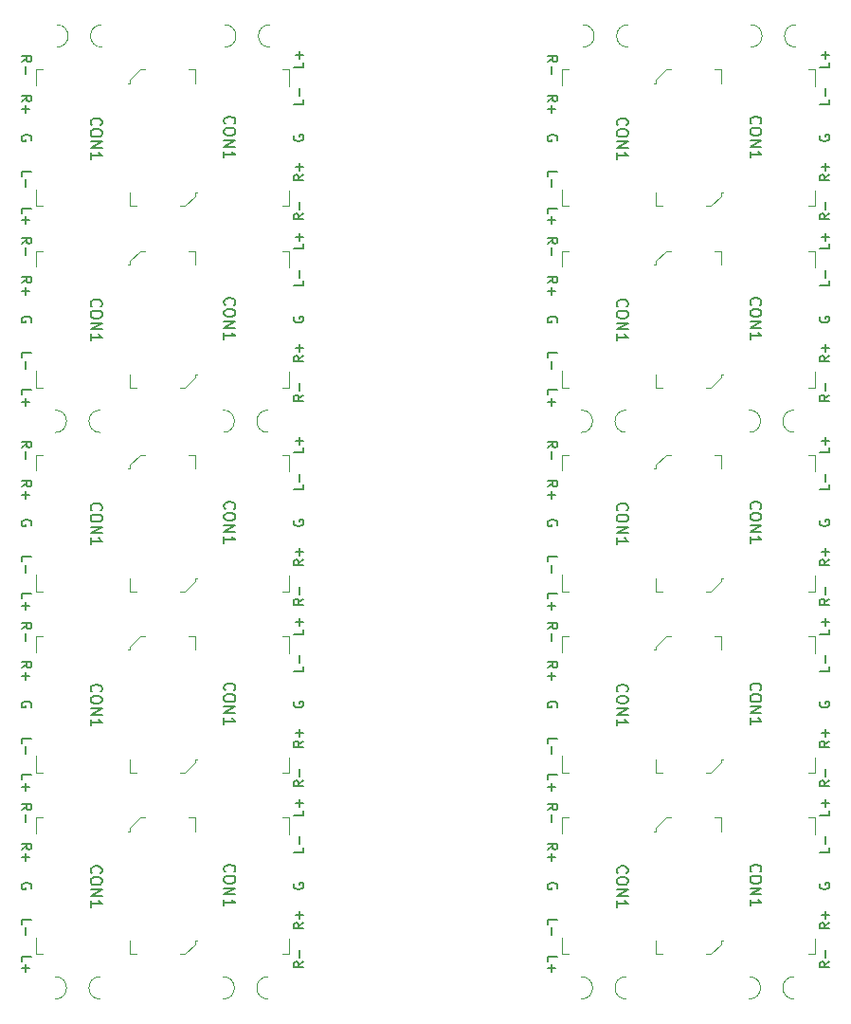
<source format=gto>
G04 #@! TF.GenerationSoftware,KiCad,Pcbnew,(5.1.0)-1*
G04 #@! TF.CreationDate,2019-05-31T01:19:27-04:00*
G04 #@! TF.ProjectId,10x-Input-10x-Output,3130782d-496e-4707-9574-2d3130782d4f,0.1*
G04 #@! TF.SameCoordinates,Original*
G04 #@! TF.FileFunction,Legend,Top*
G04 #@! TF.FilePolarity,Positive*
%FSLAX46Y46*%
G04 Gerber Fmt 4.6, Leading zero omitted, Abs format (unit mm)*
G04 Created by KiCad (PCBNEW (5.1.0)-1) date 2019-05-31 01:19:27*
%MOMM*%
%LPD*%
G04 APERTURE LIST*
%ADD10C,0.203200*%
%ADD11C,0.100000*%
%ADD12C,0.150000*%
G04 APERTURE END LIST*
D10*
X135947833Y-125428833D02*
X135947833Y-125005500D01*
X136836833Y-125005500D01*
X136286500Y-125725166D02*
X136286500Y-126402500D01*
X160305500Y-87371166D02*
X160263166Y-87455833D01*
X160263166Y-87582833D01*
X160305500Y-87709833D01*
X160390166Y-87794500D01*
X160474833Y-87836833D01*
X160644166Y-87879166D01*
X160771166Y-87879166D01*
X160940500Y-87836833D01*
X161025166Y-87794500D01*
X161109833Y-87709833D01*
X161152166Y-87582833D01*
X161152166Y-87498166D01*
X161109833Y-87371166D01*
X161067500Y-87328833D01*
X160771166Y-87328833D01*
X160771166Y-87498166D01*
X136794500Y-122236833D02*
X136836833Y-122152166D01*
X136836833Y-122025166D01*
X136794500Y-121898166D01*
X136709833Y-121813500D01*
X136625166Y-121771166D01*
X136455833Y-121728833D01*
X136328833Y-121728833D01*
X136159500Y-121771166D01*
X136074833Y-121813500D01*
X135990166Y-121898166D01*
X135947833Y-122025166D01*
X135947833Y-122109833D01*
X135990166Y-122236833D01*
X136032500Y-122279166D01*
X136328833Y-122279166D01*
X136328833Y-122109833D01*
X135947833Y-115228833D02*
X136371166Y-114932500D01*
X135947833Y-114720833D02*
X136836833Y-114720833D01*
X136836833Y-115059500D01*
X136794500Y-115144166D01*
X136752166Y-115186500D01*
X136667500Y-115228833D01*
X136540500Y-115228833D01*
X136455833Y-115186500D01*
X136413500Y-115144166D01*
X136371166Y-115059500D01*
X136371166Y-114720833D01*
X136286500Y-115609833D02*
X136286500Y-116287166D01*
X160305500Y-121771166D02*
X160263166Y-121855833D01*
X160263166Y-121982833D01*
X160305500Y-122109833D01*
X160390166Y-122194500D01*
X160474833Y-122236833D01*
X160644166Y-122279166D01*
X160771166Y-122279166D01*
X160940500Y-122236833D01*
X161025166Y-122194500D01*
X161109833Y-122109833D01*
X161152166Y-121982833D01*
X161152166Y-121898166D01*
X161109833Y-121771166D01*
X161067500Y-121728833D01*
X160771166Y-121728833D01*
X160771166Y-121898166D01*
X161152166Y-125279166D02*
X160728833Y-125575500D01*
X161152166Y-125787166D02*
X160263166Y-125787166D01*
X160263166Y-125448500D01*
X160305500Y-125363833D01*
X160347833Y-125321500D01*
X160432500Y-125279166D01*
X160559500Y-125279166D01*
X160644166Y-125321500D01*
X160686500Y-125363833D01*
X160728833Y-125448500D01*
X160728833Y-125787166D01*
X160813500Y-124898166D02*
X160813500Y-124220833D01*
X161152166Y-124559500D02*
X160474833Y-124559500D01*
X161152166Y-115279166D02*
X161152166Y-115702500D01*
X160263166Y-115702500D01*
X160813500Y-114982833D02*
X160813500Y-114305500D01*
X161152166Y-114644166D02*
X160474833Y-114644166D01*
X161152166Y-90879166D02*
X160728833Y-91175500D01*
X161152166Y-91387166D02*
X160263166Y-91387166D01*
X160263166Y-91048500D01*
X160305500Y-90963833D01*
X160347833Y-90921500D01*
X160432500Y-90879166D01*
X160559500Y-90879166D01*
X160644166Y-90921500D01*
X160686500Y-90963833D01*
X160728833Y-91048500D01*
X160728833Y-91387166D01*
X160813500Y-90498166D02*
X160813500Y-89820833D01*
X161152166Y-90159500D02*
X160474833Y-90159500D01*
X136794500Y-87836833D02*
X136836833Y-87752166D01*
X136836833Y-87625166D01*
X136794500Y-87498166D01*
X136709833Y-87413500D01*
X136625166Y-87371166D01*
X136455833Y-87328833D01*
X136328833Y-87328833D01*
X136159500Y-87371166D01*
X136074833Y-87413500D01*
X135990166Y-87498166D01*
X135947833Y-87625166D01*
X135947833Y-87709833D01*
X135990166Y-87836833D01*
X136032500Y-87879166D01*
X136328833Y-87879166D01*
X136328833Y-87709833D01*
X135947833Y-91028833D02*
X135947833Y-90605500D01*
X136836833Y-90605500D01*
X136286500Y-91325166D02*
X136286500Y-92002500D01*
X161152166Y-80879166D02*
X161152166Y-81302500D01*
X160263166Y-81302500D01*
X160813500Y-80582833D02*
X160813500Y-79905500D01*
X161152166Y-80244166D02*
X160474833Y-80244166D01*
X135947833Y-118728833D02*
X136371166Y-118432500D01*
X135947833Y-118220833D02*
X136836833Y-118220833D01*
X136836833Y-118559500D01*
X136794500Y-118644166D01*
X136752166Y-118686500D01*
X136667500Y-118728833D01*
X136540500Y-118728833D01*
X136455833Y-118686500D01*
X136413500Y-118644166D01*
X136371166Y-118559500D01*
X136371166Y-118220833D01*
X136286500Y-119109833D02*
X136286500Y-119787166D01*
X135947833Y-119448500D02*
X136625166Y-119448500D01*
X135947833Y-128728833D02*
X135947833Y-128305500D01*
X136836833Y-128305500D01*
X136286500Y-129025166D02*
X136286500Y-129702500D01*
X135947833Y-129363833D02*
X136625166Y-129363833D01*
X161152166Y-128779166D02*
X160728833Y-129075500D01*
X161152166Y-129287166D02*
X160263166Y-129287166D01*
X160263166Y-128948500D01*
X160305500Y-128863833D01*
X160347833Y-128821500D01*
X160432500Y-128779166D01*
X160559500Y-128779166D01*
X160644166Y-128821500D01*
X160686500Y-128863833D01*
X160728833Y-128948500D01*
X160728833Y-129287166D01*
X160813500Y-128398166D02*
X160813500Y-127720833D01*
X161152166Y-118579166D02*
X161152166Y-119002500D01*
X160263166Y-119002500D01*
X160813500Y-118282833D02*
X160813500Y-117605500D01*
X135947833Y-80828833D02*
X136371166Y-80532500D01*
X135947833Y-80320833D02*
X136836833Y-80320833D01*
X136836833Y-80659500D01*
X136794500Y-80744166D01*
X136752166Y-80786500D01*
X136667500Y-80828833D01*
X136540500Y-80828833D01*
X136455833Y-80786500D01*
X136413500Y-80744166D01*
X136371166Y-80659500D01*
X136371166Y-80320833D01*
X136286500Y-81209833D02*
X136286500Y-81887166D01*
X136794500Y-138436833D02*
X136836833Y-138352166D01*
X136836833Y-138225166D01*
X136794500Y-138098166D01*
X136709833Y-138013500D01*
X136625166Y-137971166D01*
X136455833Y-137928833D01*
X136328833Y-137928833D01*
X136159500Y-137971166D01*
X136074833Y-138013500D01*
X135990166Y-138098166D01*
X135947833Y-138225166D01*
X135947833Y-138309833D01*
X135990166Y-138436833D01*
X136032500Y-138479166D01*
X136328833Y-138479166D01*
X136328833Y-138309833D01*
X160305500Y-105571166D02*
X160263166Y-105655833D01*
X160263166Y-105782833D01*
X160305500Y-105909833D01*
X160390166Y-105994500D01*
X160474833Y-106036833D01*
X160644166Y-106079166D01*
X160771166Y-106079166D01*
X160940500Y-106036833D01*
X161025166Y-105994500D01*
X161109833Y-105909833D01*
X161152166Y-105782833D01*
X161152166Y-105698166D01*
X161109833Y-105571166D01*
X161067500Y-105528833D01*
X160771166Y-105528833D01*
X160771166Y-105698166D01*
X135947833Y-144928833D02*
X135947833Y-144505500D01*
X136836833Y-144505500D01*
X136286500Y-145225166D02*
X136286500Y-145902500D01*
X135947833Y-145563833D02*
X136625166Y-145563833D01*
X135947833Y-84328833D02*
X136371166Y-84032500D01*
X135947833Y-83820833D02*
X136836833Y-83820833D01*
X136836833Y-84159500D01*
X136794500Y-84244166D01*
X136752166Y-84286500D01*
X136667500Y-84328833D01*
X136540500Y-84328833D01*
X136455833Y-84286500D01*
X136413500Y-84244166D01*
X136371166Y-84159500D01*
X136371166Y-83820833D01*
X136286500Y-84709833D02*
X136286500Y-85387166D01*
X135947833Y-85048500D02*
X136625166Y-85048500D01*
X135947833Y-94328833D02*
X135947833Y-93905500D01*
X136836833Y-93905500D01*
X136286500Y-94625166D02*
X136286500Y-95302500D01*
X135947833Y-94963833D02*
X136625166Y-94963833D01*
X161152166Y-94379166D02*
X160728833Y-94675500D01*
X161152166Y-94887166D02*
X160263166Y-94887166D01*
X160263166Y-94548500D01*
X160305500Y-94463833D01*
X160347833Y-94421500D01*
X160432500Y-94379166D01*
X160559500Y-94379166D01*
X160644166Y-94421500D01*
X160686500Y-94463833D01*
X160728833Y-94548500D01*
X160728833Y-94887166D01*
X160813500Y-93998166D02*
X160813500Y-93320833D01*
X161152166Y-84179166D02*
X161152166Y-84602500D01*
X160263166Y-84602500D01*
X160813500Y-83882833D02*
X160813500Y-83205500D01*
X135947833Y-99028833D02*
X136371166Y-98732500D01*
X135947833Y-98520833D02*
X136836833Y-98520833D01*
X136836833Y-98859500D01*
X136794500Y-98944166D01*
X136752166Y-98986500D01*
X136667500Y-99028833D01*
X136540500Y-99028833D01*
X136455833Y-98986500D01*
X136413500Y-98944166D01*
X136371166Y-98859500D01*
X136371166Y-98520833D01*
X136286500Y-99409833D02*
X136286500Y-100087166D01*
X135947833Y-141628833D02*
X135947833Y-141205500D01*
X136836833Y-141205500D01*
X136286500Y-141925166D02*
X136286500Y-142602500D01*
X161152166Y-109079166D02*
X160728833Y-109375500D01*
X161152166Y-109587166D02*
X160263166Y-109587166D01*
X160263166Y-109248500D01*
X160305500Y-109163833D01*
X160347833Y-109121500D01*
X160432500Y-109079166D01*
X160559500Y-109079166D01*
X160644166Y-109121500D01*
X160686500Y-109163833D01*
X160728833Y-109248500D01*
X160728833Y-109587166D01*
X160813500Y-108698166D02*
X160813500Y-108020833D01*
X161152166Y-108359500D02*
X160474833Y-108359500D01*
X136794500Y-106036833D02*
X136836833Y-105952166D01*
X136836833Y-105825166D01*
X136794500Y-105698166D01*
X136709833Y-105613500D01*
X136625166Y-105571166D01*
X136455833Y-105528833D01*
X136328833Y-105528833D01*
X136159500Y-105571166D01*
X136074833Y-105613500D01*
X135990166Y-105698166D01*
X135947833Y-105825166D01*
X135947833Y-105909833D01*
X135990166Y-106036833D01*
X136032500Y-106079166D01*
X136328833Y-106079166D01*
X136328833Y-105909833D01*
X135947833Y-112528833D02*
X135947833Y-112105500D01*
X136836833Y-112105500D01*
X136286500Y-112825166D02*
X136286500Y-113502500D01*
X135947833Y-113163833D02*
X136625166Y-113163833D01*
X161152166Y-99079166D02*
X161152166Y-99502500D01*
X160263166Y-99502500D01*
X160813500Y-98782833D02*
X160813500Y-98105500D01*
X161152166Y-98444166D02*
X160474833Y-98444166D01*
X135947833Y-109228833D02*
X135947833Y-108805500D01*
X136836833Y-108805500D01*
X136286500Y-109525166D02*
X136286500Y-110202500D01*
X161152166Y-112579166D02*
X160728833Y-112875500D01*
X161152166Y-113087166D02*
X160263166Y-113087166D01*
X160263166Y-112748500D01*
X160305500Y-112663833D01*
X160347833Y-112621500D01*
X160432500Y-112579166D01*
X160559500Y-112579166D01*
X160644166Y-112621500D01*
X160686500Y-112663833D01*
X160728833Y-112748500D01*
X160728833Y-113087166D01*
X160813500Y-112198166D02*
X160813500Y-111520833D01*
X135947833Y-134928833D02*
X136371166Y-134632500D01*
X135947833Y-134420833D02*
X136836833Y-134420833D01*
X136836833Y-134759500D01*
X136794500Y-134844166D01*
X136752166Y-134886500D01*
X136667500Y-134928833D01*
X136540500Y-134928833D01*
X136455833Y-134886500D01*
X136413500Y-134844166D01*
X136371166Y-134759500D01*
X136371166Y-134420833D01*
X136286500Y-135309833D02*
X136286500Y-135987166D01*
X135947833Y-135648500D02*
X136625166Y-135648500D01*
X135947833Y-102528833D02*
X136371166Y-102232500D01*
X135947833Y-102020833D02*
X136836833Y-102020833D01*
X136836833Y-102359500D01*
X136794500Y-102444166D01*
X136752166Y-102486500D01*
X136667500Y-102528833D01*
X136540500Y-102528833D01*
X136455833Y-102486500D01*
X136413500Y-102444166D01*
X136371166Y-102359500D01*
X136371166Y-102020833D01*
X136286500Y-102909833D02*
X136286500Y-103587166D01*
X135947833Y-103248500D02*
X136625166Y-103248500D01*
X161152166Y-102379166D02*
X161152166Y-102802500D01*
X160263166Y-102802500D01*
X160813500Y-102082833D02*
X160813500Y-101405500D01*
X135947833Y-131428833D02*
X136371166Y-131132500D01*
X135947833Y-130920833D02*
X136836833Y-130920833D01*
X136836833Y-131259500D01*
X136794500Y-131344166D01*
X136752166Y-131386500D01*
X136667500Y-131428833D01*
X136540500Y-131428833D01*
X136455833Y-131386500D01*
X136413500Y-131344166D01*
X136371166Y-131259500D01*
X136371166Y-130920833D01*
X136286500Y-131809833D02*
X136286500Y-132487166D01*
X135947833Y-74828833D02*
X135947833Y-74405500D01*
X136836833Y-74405500D01*
X136286500Y-75125166D02*
X136286500Y-75802500D01*
X161152166Y-67979166D02*
X161152166Y-68402500D01*
X160263166Y-68402500D01*
X160813500Y-67682833D02*
X160813500Y-67005500D01*
X160305500Y-71171166D02*
X160263166Y-71255833D01*
X160263166Y-71382833D01*
X160305500Y-71509833D01*
X160390166Y-71594500D01*
X160474833Y-71636833D01*
X160644166Y-71679166D01*
X160771166Y-71679166D01*
X160940500Y-71636833D01*
X161025166Y-71594500D01*
X161109833Y-71509833D01*
X161152166Y-71382833D01*
X161152166Y-71298166D01*
X161109833Y-71171166D01*
X161067500Y-71128833D01*
X160771166Y-71128833D01*
X160771166Y-71298166D01*
X135947833Y-68128833D02*
X136371166Y-67832500D01*
X135947833Y-67620833D02*
X136836833Y-67620833D01*
X136836833Y-67959500D01*
X136794500Y-68044166D01*
X136752166Y-68086500D01*
X136667500Y-68128833D01*
X136540500Y-68128833D01*
X136455833Y-68086500D01*
X136413500Y-68044166D01*
X136371166Y-67959500D01*
X136371166Y-67620833D01*
X136286500Y-68509833D02*
X136286500Y-69187166D01*
X135947833Y-68848500D02*
X136625166Y-68848500D01*
X161152166Y-74679166D02*
X160728833Y-74975500D01*
X161152166Y-75187166D02*
X160263166Y-75187166D01*
X160263166Y-74848500D01*
X160305500Y-74763833D01*
X160347833Y-74721500D01*
X160432500Y-74679166D01*
X160559500Y-74679166D01*
X160644166Y-74721500D01*
X160686500Y-74763833D01*
X160728833Y-74848500D01*
X160728833Y-75187166D01*
X160813500Y-74298166D02*
X160813500Y-73620833D01*
X161152166Y-73959500D02*
X160474833Y-73959500D01*
X135947833Y-64628833D02*
X136371166Y-64332500D01*
X135947833Y-64120833D02*
X136836833Y-64120833D01*
X136836833Y-64459500D01*
X136794500Y-64544166D01*
X136752166Y-64586500D01*
X136667500Y-64628833D01*
X136540500Y-64628833D01*
X136455833Y-64586500D01*
X136413500Y-64544166D01*
X136371166Y-64459500D01*
X136371166Y-64120833D01*
X136286500Y-65009833D02*
X136286500Y-65687166D01*
X161152166Y-64679166D02*
X161152166Y-65102500D01*
X160263166Y-65102500D01*
X160813500Y-64382833D02*
X160813500Y-63705500D01*
X161152166Y-64044166D02*
X160474833Y-64044166D01*
X161152166Y-78179166D02*
X160728833Y-78475500D01*
X161152166Y-78687166D02*
X160263166Y-78687166D01*
X160263166Y-78348500D01*
X160305500Y-78263833D01*
X160347833Y-78221500D01*
X160432500Y-78179166D01*
X160559500Y-78179166D01*
X160644166Y-78221500D01*
X160686500Y-78263833D01*
X160728833Y-78348500D01*
X160728833Y-78687166D01*
X160813500Y-77798166D02*
X160813500Y-77120833D01*
X136794500Y-71636833D02*
X136836833Y-71552166D01*
X136836833Y-71425166D01*
X136794500Y-71298166D01*
X136709833Y-71213500D01*
X136625166Y-71171166D01*
X136455833Y-71128833D01*
X136328833Y-71128833D01*
X136159500Y-71171166D01*
X136074833Y-71213500D01*
X135990166Y-71298166D01*
X135947833Y-71425166D01*
X135947833Y-71509833D01*
X135990166Y-71636833D01*
X136032500Y-71679166D01*
X136328833Y-71679166D01*
X136328833Y-71509833D01*
X135947833Y-78128833D02*
X135947833Y-77705500D01*
X136836833Y-77705500D01*
X136286500Y-78425166D02*
X136286500Y-79102500D01*
X135947833Y-78763833D02*
X136625166Y-78763833D01*
X161152166Y-141479166D02*
X160728833Y-141775500D01*
X161152166Y-141987166D02*
X160263166Y-141987166D01*
X160263166Y-141648500D01*
X160305500Y-141563833D01*
X160347833Y-141521500D01*
X160432500Y-141479166D01*
X160559500Y-141479166D01*
X160644166Y-141521500D01*
X160686500Y-141563833D01*
X160728833Y-141648500D01*
X160728833Y-141987166D01*
X160813500Y-141098166D02*
X160813500Y-140420833D01*
X161152166Y-140759500D02*
X160474833Y-140759500D01*
X161152166Y-144979166D02*
X160728833Y-145275500D01*
X161152166Y-145487166D02*
X160263166Y-145487166D01*
X160263166Y-145148500D01*
X160305500Y-145063833D01*
X160347833Y-145021500D01*
X160432500Y-144979166D01*
X160559500Y-144979166D01*
X160644166Y-145021500D01*
X160686500Y-145063833D01*
X160728833Y-145148500D01*
X160728833Y-145487166D01*
X160813500Y-144598166D02*
X160813500Y-143920833D01*
X161152166Y-134779166D02*
X161152166Y-135202500D01*
X160263166Y-135202500D01*
X160813500Y-134482833D02*
X160813500Y-133805500D01*
X161152166Y-131479166D02*
X161152166Y-131902500D01*
X160263166Y-131902500D01*
X160813500Y-131182833D02*
X160813500Y-130505500D01*
X161152166Y-130844166D02*
X160474833Y-130844166D01*
X160305500Y-137971166D02*
X160263166Y-138055833D01*
X160263166Y-138182833D01*
X160305500Y-138309833D01*
X160390166Y-138394500D01*
X160474833Y-138436833D01*
X160644166Y-138479166D01*
X160771166Y-138479166D01*
X160940500Y-138436833D01*
X161025166Y-138394500D01*
X161109833Y-138309833D01*
X161152166Y-138182833D01*
X161152166Y-138098166D01*
X161109833Y-137971166D01*
X161067500Y-137928833D01*
X160771166Y-137928833D01*
X160771166Y-138098166D01*
X89794500Y-71636833D02*
X89836833Y-71552166D01*
X89836833Y-71425166D01*
X89794500Y-71298166D01*
X89709833Y-71213500D01*
X89625166Y-71171166D01*
X89455833Y-71128833D01*
X89328833Y-71128833D01*
X89159500Y-71171166D01*
X89074833Y-71213500D01*
X88990166Y-71298166D01*
X88947833Y-71425166D01*
X88947833Y-71509833D01*
X88990166Y-71636833D01*
X89032500Y-71679166D01*
X89328833Y-71679166D01*
X89328833Y-71509833D01*
X88947833Y-78128833D02*
X88947833Y-77705500D01*
X89836833Y-77705500D01*
X89286500Y-78425166D02*
X89286500Y-79102500D01*
X88947833Y-78763833D02*
X89625166Y-78763833D01*
X88947833Y-74828833D02*
X88947833Y-74405500D01*
X89836833Y-74405500D01*
X89286500Y-75125166D02*
X89286500Y-75802500D01*
X88947833Y-68128833D02*
X89371166Y-67832500D01*
X88947833Y-67620833D02*
X89836833Y-67620833D01*
X89836833Y-67959500D01*
X89794500Y-68044166D01*
X89752166Y-68086500D01*
X89667500Y-68128833D01*
X89540500Y-68128833D01*
X89455833Y-68086500D01*
X89413500Y-68044166D01*
X89371166Y-67959500D01*
X89371166Y-67620833D01*
X89286500Y-68509833D02*
X89286500Y-69187166D01*
X88947833Y-68848500D02*
X89625166Y-68848500D01*
X88947833Y-64628833D02*
X89371166Y-64332500D01*
X88947833Y-64120833D02*
X89836833Y-64120833D01*
X89836833Y-64459500D01*
X89794500Y-64544166D01*
X89752166Y-64586500D01*
X89667500Y-64628833D01*
X89540500Y-64628833D01*
X89455833Y-64586500D01*
X89413500Y-64544166D01*
X89371166Y-64459500D01*
X89371166Y-64120833D01*
X89286500Y-65009833D02*
X89286500Y-65687166D01*
X114152166Y-74679166D02*
X113728833Y-74975500D01*
X114152166Y-75187166D02*
X113263166Y-75187166D01*
X113263166Y-74848500D01*
X113305500Y-74763833D01*
X113347833Y-74721500D01*
X113432500Y-74679166D01*
X113559500Y-74679166D01*
X113644166Y-74721500D01*
X113686500Y-74763833D01*
X113728833Y-74848500D01*
X113728833Y-75187166D01*
X113813500Y-74298166D02*
X113813500Y-73620833D01*
X114152166Y-73959500D02*
X113474833Y-73959500D01*
X114152166Y-78179166D02*
X113728833Y-78475500D01*
X114152166Y-78687166D02*
X113263166Y-78687166D01*
X113263166Y-78348500D01*
X113305500Y-78263833D01*
X113347833Y-78221500D01*
X113432500Y-78179166D01*
X113559500Y-78179166D01*
X113644166Y-78221500D01*
X113686500Y-78263833D01*
X113728833Y-78348500D01*
X113728833Y-78687166D01*
X113813500Y-77798166D02*
X113813500Y-77120833D01*
X114152166Y-67979166D02*
X114152166Y-68402500D01*
X113263166Y-68402500D01*
X113813500Y-67682833D02*
X113813500Y-67005500D01*
X114152166Y-64679166D02*
X114152166Y-65102500D01*
X113263166Y-65102500D01*
X113813500Y-64382833D02*
X113813500Y-63705500D01*
X114152166Y-64044166D02*
X113474833Y-64044166D01*
X113305500Y-71171166D02*
X113263166Y-71255833D01*
X113263166Y-71382833D01*
X113305500Y-71509833D01*
X113390166Y-71594500D01*
X113474833Y-71636833D01*
X113644166Y-71679166D01*
X113771166Y-71679166D01*
X113940500Y-71636833D01*
X114025166Y-71594500D01*
X114109833Y-71509833D01*
X114152166Y-71382833D01*
X114152166Y-71298166D01*
X114109833Y-71171166D01*
X114067500Y-71128833D01*
X113771166Y-71128833D01*
X113771166Y-71298166D01*
X88947833Y-91028833D02*
X88947833Y-90605500D01*
X89836833Y-90605500D01*
X89286500Y-91325166D02*
X89286500Y-92002500D01*
X89794500Y-87836833D02*
X89836833Y-87752166D01*
X89836833Y-87625166D01*
X89794500Y-87498166D01*
X89709833Y-87413500D01*
X89625166Y-87371166D01*
X89455833Y-87328833D01*
X89328833Y-87328833D01*
X89159500Y-87371166D01*
X89074833Y-87413500D01*
X88990166Y-87498166D01*
X88947833Y-87625166D01*
X88947833Y-87709833D01*
X88990166Y-87836833D01*
X89032500Y-87879166D01*
X89328833Y-87879166D01*
X89328833Y-87709833D01*
X88947833Y-80828833D02*
X89371166Y-80532500D01*
X88947833Y-80320833D02*
X89836833Y-80320833D01*
X89836833Y-80659500D01*
X89794500Y-80744166D01*
X89752166Y-80786500D01*
X89667500Y-80828833D01*
X89540500Y-80828833D01*
X89455833Y-80786500D01*
X89413500Y-80744166D01*
X89371166Y-80659500D01*
X89371166Y-80320833D01*
X89286500Y-81209833D02*
X89286500Y-81887166D01*
X113305500Y-87371166D02*
X113263166Y-87455833D01*
X113263166Y-87582833D01*
X113305500Y-87709833D01*
X113390166Y-87794500D01*
X113474833Y-87836833D01*
X113644166Y-87879166D01*
X113771166Y-87879166D01*
X113940500Y-87836833D01*
X114025166Y-87794500D01*
X114109833Y-87709833D01*
X114152166Y-87582833D01*
X114152166Y-87498166D01*
X114109833Y-87371166D01*
X114067500Y-87328833D01*
X113771166Y-87328833D01*
X113771166Y-87498166D01*
X114152166Y-90879166D02*
X113728833Y-91175500D01*
X114152166Y-91387166D02*
X113263166Y-91387166D01*
X113263166Y-91048500D01*
X113305500Y-90963833D01*
X113347833Y-90921500D01*
X113432500Y-90879166D01*
X113559500Y-90879166D01*
X113644166Y-90921500D01*
X113686500Y-90963833D01*
X113728833Y-91048500D01*
X113728833Y-91387166D01*
X113813500Y-90498166D02*
X113813500Y-89820833D01*
X114152166Y-90159500D02*
X113474833Y-90159500D01*
X114152166Y-80879166D02*
X114152166Y-81302500D01*
X113263166Y-81302500D01*
X113813500Y-80582833D02*
X113813500Y-79905500D01*
X114152166Y-80244166D02*
X113474833Y-80244166D01*
X88947833Y-84328833D02*
X89371166Y-84032500D01*
X88947833Y-83820833D02*
X89836833Y-83820833D01*
X89836833Y-84159500D01*
X89794500Y-84244166D01*
X89752166Y-84286500D01*
X89667500Y-84328833D01*
X89540500Y-84328833D01*
X89455833Y-84286500D01*
X89413500Y-84244166D01*
X89371166Y-84159500D01*
X89371166Y-83820833D01*
X89286500Y-84709833D02*
X89286500Y-85387166D01*
X88947833Y-85048500D02*
X89625166Y-85048500D01*
X88947833Y-94328833D02*
X88947833Y-93905500D01*
X89836833Y-93905500D01*
X89286500Y-94625166D02*
X89286500Y-95302500D01*
X88947833Y-94963833D02*
X89625166Y-94963833D01*
X114152166Y-94379166D02*
X113728833Y-94675500D01*
X114152166Y-94887166D02*
X113263166Y-94887166D01*
X113263166Y-94548500D01*
X113305500Y-94463833D01*
X113347833Y-94421500D01*
X113432500Y-94379166D01*
X113559500Y-94379166D01*
X113644166Y-94421500D01*
X113686500Y-94463833D01*
X113728833Y-94548500D01*
X113728833Y-94887166D01*
X113813500Y-93998166D02*
X113813500Y-93320833D01*
X114152166Y-84179166D02*
X114152166Y-84602500D01*
X113263166Y-84602500D01*
X113813500Y-83882833D02*
X113813500Y-83205500D01*
X89794500Y-106036833D02*
X89836833Y-105952166D01*
X89836833Y-105825166D01*
X89794500Y-105698166D01*
X89709833Y-105613500D01*
X89625166Y-105571166D01*
X89455833Y-105528833D01*
X89328833Y-105528833D01*
X89159500Y-105571166D01*
X89074833Y-105613500D01*
X88990166Y-105698166D01*
X88947833Y-105825166D01*
X88947833Y-105909833D01*
X88990166Y-106036833D01*
X89032500Y-106079166D01*
X89328833Y-106079166D01*
X89328833Y-105909833D01*
X88947833Y-112528833D02*
X88947833Y-112105500D01*
X89836833Y-112105500D01*
X89286500Y-112825166D02*
X89286500Y-113502500D01*
X88947833Y-113163833D02*
X89625166Y-113163833D01*
X88947833Y-109228833D02*
X88947833Y-108805500D01*
X89836833Y-108805500D01*
X89286500Y-109525166D02*
X89286500Y-110202500D01*
X88947833Y-102528833D02*
X89371166Y-102232500D01*
X88947833Y-102020833D02*
X89836833Y-102020833D01*
X89836833Y-102359500D01*
X89794500Y-102444166D01*
X89752166Y-102486500D01*
X89667500Y-102528833D01*
X89540500Y-102528833D01*
X89455833Y-102486500D01*
X89413500Y-102444166D01*
X89371166Y-102359500D01*
X89371166Y-102020833D01*
X89286500Y-102909833D02*
X89286500Y-103587166D01*
X88947833Y-103248500D02*
X89625166Y-103248500D01*
X88947833Y-99028833D02*
X89371166Y-98732500D01*
X88947833Y-98520833D02*
X89836833Y-98520833D01*
X89836833Y-98859500D01*
X89794500Y-98944166D01*
X89752166Y-98986500D01*
X89667500Y-99028833D01*
X89540500Y-99028833D01*
X89455833Y-98986500D01*
X89413500Y-98944166D01*
X89371166Y-98859500D01*
X89371166Y-98520833D01*
X89286500Y-99409833D02*
X89286500Y-100087166D01*
X114152166Y-109079166D02*
X113728833Y-109375500D01*
X114152166Y-109587166D02*
X113263166Y-109587166D01*
X113263166Y-109248500D01*
X113305500Y-109163833D01*
X113347833Y-109121500D01*
X113432500Y-109079166D01*
X113559500Y-109079166D01*
X113644166Y-109121500D01*
X113686500Y-109163833D01*
X113728833Y-109248500D01*
X113728833Y-109587166D01*
X113813500Y-108698166D02*
X113813500Y-108020833D01*
X114152166Y-108359500D02*
X113474833Y-108359500D01*
X114152166Y-112579166D02*
X113728833Y-112875500D01*
X114152166Y-113087166D02*
X113263166Y-113087166D01*
X113263166Y-112748500D01*
X113305500Y-112663833D01*
X113347833Y-112621500D01*
X113432500Y-112579166D01*
X113559500Y-112579166D01*
X113644166Y-112621500D01*
X113686500Y-112663833D01*
X113728833Y-112748500D01*
X113728833Y-113087166D01*
X113813500Y-112198166D02*
X113813500Y-111520833D01*
X114152166Y-102379166D02*
X114152166Y-102802500D01*
X113263166Y-102802500D01*
X113813500Y-102082833D02*
X113813500Y-101405500D01*
X114152166Y-99079166D02*
X114152166Y-99502500D01*
X113263166Y-99502500D01*
X113813500Y-98782833D02*
X113813500Y-98105500D01*
X114152166Y-98444166D02*
X113474833Y-98444166D01*
X113305500Y-105571166D02*
X113263166Y-105655833D01*
X113263166Y-105782833D01*
X113305500Y-105909833D01*
X113390166Y-105994500D01*
X113474833Y-106036833D01*
X113644166Y-106079166D01*
X113771166Y-106079166D01*
X113940500Y-106036833D01*
X114025166Y-105994500D01*
X114109833Y-105909833D01*
X114152166Y-105782833D01*
X114152166Y-105698166D01*
X114109833Y-105571166D01*
X114067500Y-105528833D01*
X113771166Y-105528833D01*
X113771166Y-105698166D01*
X89794500Y-122236833D02*
X89836833Y-122152166D01*
X89836833Y-122025166D01*
X89794500Y-121898166D01*
X89709833Y-121813500D01*
X89625166Y-121771166D01*
X89455833Y-121728833D01*
X89328833Y-121728833D01*
X89159500Y-121771166D01*
X89074833Y-121813500D01*
X88990166Y-121898166D01*
X88947833Y-122025166D01*
X88947833Y-122109833D01*
X88990166Y-122236833D01*
X89032500Y-122279166D01*
X89328833Y-122279166D01*
X89328833Y-122109833D01*
X88947833Y-128728833D02*
X88947833Y-128305500D01*
X89836833Y-128305500D01*
X89286500Y-129025166D02*
X89286500Y-129702500D01*
X88947833Y-129363833D02*
X89625166Y-129363833D01*
X88947833Y-125428833D02*
X88947833Y-125005500D01*
X89836833Y-125005500D01*
X89286500Y-125725166D02*
X89286500Y-126402500D01*
X88947833Y-118728833D02*
X89371166Y-118432500D01*
X88947833Y-118220833D02*
X89836833Y-118220833D01*
X89836833Y-118559500D01*
X89794500Y-118644166D01*
X89752166Y-118686500D01*
X89667500Y-118728833D01*
X89540500Y-118728833D01*
X89455833Y-118686500D01*
X89413500Y-118644166D01*
X89371166Y-118559500D01*
X89371166Y-118220833D01*
X89286500Y-119109833D02*
X89286500Y-119787166D01*
X88947833Y-119448500D02*
X89625166Y-119448500D01*
X88947833Y-115228833D02*
X89371166Y-114932500D01*
X88947833Y-114720833D02*
X89836833Y-114720833D01*
X89836833Y-115059500D01*
X89794500Y-115144166D01*
X89752166Y-115186500D01*
X89667500Y-115228833D01*
X89540500Y-115228833D01*
X89455833Y-115186500D01*
X89413500Y-115144166D01*
X89371166Y-115059500D01*
X89371166Y-114720833D01*
X89286500Y-115609833D02*
X89286500Y-116287166D01*
X114152166Y-125279166D02*
X113728833Y-125575500D01*
X114152166Y-125787166D02*
X113263166Y-125787166D01*
X113263166Y-125448500D01*
X113305500Y-125363833D01*
X113347833Y-125321500D01*
X113432500Y-125279166D01*
X113559500Y-125279166D01*
X113644166Y-125321500D01*
X113686500Y-125363833D01*
X113728833Y-125448500D01*
X113728833Y-125787166D01*
X113813500Y-124898166D02*
X113813500Y-124220833D01*
X114152166Y-124559500D02*
X113474833Y-124559500D01*
X114152166Y-128779166D02*
X113728833Y-129075500D01*
X114152166Y-129287166D02*
X113263166Y-129287166D01*
X113263166Y-128948500D01*
X113305500Y-128863833D01*
X113347833Y-128821500D01*
X113432500Y-128779166D01*
X113559500Y-128779166D01*
X113644166Y-128821500D01*
X113686500Y-128863833D01*
X113728833Y-128948500D01*
X113728833Y-129287166D01*
X113813500Y-128398166D02*
X113813500Y-127720833D01*
X114152166Y-118579166D02*
X114152166Y-119002500D01*
X113263166Y-119002500D01*
X113813500Y-118282833D02*
X113813500Y-117605500D01*
X114152166Y-115279166D02*
X114152166Y-115702500D01*
X113263166Y-115702500D01*
X113813500Y-114982833D02*
X113813500Y-114305500D01*
X114152166Y-114644166D02*
X113474833Y-114644166D01*
X113305500Y-121771166D02*
X113263166Y-121855833D01*
X113263166Y-121982833D01*
X113305500Y-122109833D01*
X113390166Y-122194500D01*
X113474833Y-122236833D01*
X113644166Y-122279166D01*
X113771166Y-122279166D01*
X113940500Y-122236833D01*
X114025166Y-122194500D01*
X114109833Y-122109833D01*
X114152166Y-121982833D01*
X114152166Y-121898166D01*
X114109833Y-121771166D01*
X114067500Y-121728833D01*
X113771166Y-121728833D01*
X113771166Y-121898166D01*
X113305500Y-137971166D02*
X113263166Y-138055833D01*
X113263166Y-138182833D01*
X113305500Y-138309833D01*
X113390166Y-138394500D01*
X113474833Y-138436833D01*
X113644166Y-138479166D01*
X113771166Y-138479166D01*
X113940500Y-138436833D01*
X114025166Y-138394500D01*
X114109833Y-138309833D01*
X114152166Y-138182833D01*
X114152166Y-138098166D01*
X114109833Y-137971166D01*
X114067500Y-137928833D01*
X113771166Y-137928833D01*
X113771166Y-138098166D01*
X114152166Y-131479166D02*
X114152166Y-131902500D01*
X113263166Y-131902500D01*
X113813500Y-131182833D02*
X113813500Y-130505500D01*
X114152166Y-130844166D02*
X113474833Y-130844166D01*
X114152166Y-134779166D02*
X114152166Y-135202500D01*
X113263166Y-135202500D01*
X113813500Y-134482833D02*
X113813500Y-133805500D01*
X114152166Y-141479166D02*
X113728833Y-141775500D01*
X114152166Y-141987166D02*
X113263166Y-141987166D01*
X113263166Y-141648500D01*
X113305500Y-141563833D01*
X113347833Y-141521500D01*
X113432500Y-141479166D01*
X113559500Y-141479166D01*
X113644166Y-141521500D01*
X113686500Y-141563833D01*
X113728833Y-141648500D01*
X113728833Y-141987166D01*
X113813500Y-141098166D02*
X113813500Y-140420833D01*
X114152166Y-140759500D02*
X113474833Y-140759500D01*
X114152166Y-144979166D02*
X113728833Y-145275500D01*
X114152166Y-145487166D02*
X113263166Y-145487166D01*
X113263166Y-145148500D01*
X113305500Y-145063833D01*
X113347833Y-145021500D01*
X113432500Y-144979166D01*
X113559500Y-144979166D01*
X113644166Y-145021500D01*
X113686500Y-145063833D01*
X113728833Y-145148500D01*
X113728833Y-145487166D01*
X113813500Y-144598166D02*
X113813500Y-143920833D01*
X88947833Y-144928833D02*
X88947833Y-144505500D01*
X89836833Y-144505500D01*
X89286500Y-145225166D02*
X89286500Y-145902500D01*
X88947833Y-145563833D02*
X89625166Y-145563833D01*
X88947833Y-141628833D02*
X88947833Y-141205500D01*
X89836833Y-141205500D01*
X89286500Y-141925166D02*
X89286500Y-142602500D01*
X89794500Y-138436833D02*
X89836833Y-138352166D01*
X89836833Y-138225166D01*
X89794500Y-138098166D01*
X89709833Y-138013500D01*
X89625166Y-137971166D01*
X89455833Y-137928833D01*
X89328833Y-137928833D01*
X89159500Y-137971166D01*
X89074833Y-138013500D01*
X88990166Y-138098166D01*
X88947833Y-138225166D01*
X88947833Y-138309833D01*
X88990166Y-138436833D01*
X89032500Y-138479166D01*
X89328833Y-138479166D01*
X89328833Y-138309833D01*
X88947833Y-134928833D02*
X89371166Y-134632500D01*
X88947833Y-134420833D02*
X89836833Y-134420833D01*
X89836833Y-134759500D01*
X89794500Y-134844166D01*
X89752166Y-134886500D01*
X89667500Y-134928833D01*
X89540500Y-134928833D01*
X89455833Y-134886500D01*
X89413500Y-134844166D01*
X89371166Y-134759500D01*
X89371166Y-134420833D01*
X89286500Y-135309833D02*
X89286500Y-135987166D01*
X88947833Y-135648500D02*
X89625166Y-135648500D01*
X88947833Y-131428833D02*
X89371166Y-131132500D01*
X88947833Y-130920833D02*
X89836833Y-130920833D01*
X89836833Y-131259500D01*
X89794500Y-131344166D01*
X89752166Y-131386500D01*
X89667500Y-131428833D01*
X89540500Y-131428833D01*
X89455833Y-131386500D01*
X89413500Y-131344166D01*
X89371166Y-131259500D01*
X89371166Y-130920833D01*
X89286500Y-131809833D02*
X89286500Y-132487166D01*
D11*
X158120000Y-61304000D02*
G75*
G03X158120000Y-63304000I0J-1000000D01*
G01*
X154120000Y-63304000D02*
G75*
G03X154120000Y-61304000I0J1000000D01*
G01*
X139120000Y-63304000D02*
G75*
G03X139120000Y-61304000I0J1000000D01*
G01*
X143120000Y-61304000D02*
G75*
G03X143120000Y-63304000I0J-1000000D01*
G01*
X153980000Y-148304000D02*
G75*
G03X153980000Y-146304000I0J1000000D01*
G01*
X157980000Y-146304000D02*
G75*
G03X157980000Y-148304000I0J-1000000D01*
G01*
X142980000Y-146304000D02*
G75*
G03X142980000Y-148304000I0J-1000000D01*
G01*
X138980000Y-148304000D02*
G75*
G03X138980000Y-146304000I0J1000000D01*
G01*
X153980000Y-148304000D02*
G75*
G03X153980000Y-146304000I0J1000000D01*
G01*
X157980000Y-146304000D02*
G75*
G03X157980000Y-148304000I0J-1000000D01*
G01*
X139120000Y-63304000D02*
G75*
G03X139120000Y-61304000I0J1000000D01*
G01*
X143120000Y-61304000D02*
G75*
G03X143120000Y-63304000I0J-1000000D01*
G01*
X157980000Y-95704000D02*
G75*
G03X157980000Y-97704000I0J-1000000D01*
G01*
X153980000Y-97704000D02*
G75*
G03X153980000Y-95704000I0J1000000D01*
G01*
X138980000Y-97704000D02*
G75*
G03X138980000Y-95704000I0J1000000D01*
G01*
X142980000Y-95704000D02*
G75*
G03X142980000Y-97704000I0J-1000000D01*
G01*
X151450000Y-76304000D02*
X151650000Y-76304000D01*
X151450000Y-76604000D02*
X151450000Y-76304000D01*
X150550000Y-77504000D02*
X151450000Y-76604000D01*
X150150000Y-77504000D02*
X150550000Y-77504000D01*
X137250000Y-77504000D02*
X137250000Y-76004000D01*
X137850000Y-77504000D02*
X137250000Y-77504000D01*
X137250000Y-65304000D02*
X137250000Y-66704000D01*
X137850000Y-65304000D02*
X137250000Y-65304000D01*
X151450000Y-65304000D02*
X151450000Y-66504000D01*
X150850000Y-65304000D02*
X151450000Y-65304000D01*
X146250000Y-111904000D02*
X145650000Y-111904000D01*
X145650000Y-111904000D02*
X145650000Y-110704000D01*
X159250000Y-111904000D02*
X159850000Y-111904000D01*
X159850000Y-111904000D02*
X159850000Y-110504000D01*
X159250000Y-99704000D02*
X159850000Y-99704000D01*
X159850000Y-99704000D02*
X159850000Y-101204000D01*
X146950000Y-99704000D02*
X146550000Y-99704000D01*
X146550000Y-99704000D02*
X145650000Y-100604000D01*
X145650000Y-100604000D02*
X145650000Y-100904000D01*
X145650000Y-100904000D02*
X145450000Y-100904000D01*
X151450000Y-110704000D02*
X151650000Y-110704000D01*
X151450000Y-111004000D02*
X151450000Y-110704000D01*
X150550000Y-111904000D02*
X151450000Y-111004000D01*
X150150000Y-111904000D02*
X150550000Y-111904000D01*
X137250000Y-111904000D02*
X137250000Y-110404000D01*
X137850000Y-111904000D02*
X137250000Y-111904000D01*
X137250000Y-99704000D02*
X137250000Y-101104000D01*
X137850000Y-99704000D02*
X137250000Y-99704000D01*
X151450000Y-99704000D02*
X151450000Y-100904000D01*
X150850000Y-99704000D02*
X151450000Y-99704000D01*
X146250000Y-77504000D02*
X145650000Y-77504000D01*
X145650000Y-77504000D02*
X145650000Y-76304000D01*
X159250000Y-77504000D02*
X159850000Y-77504000D01*
X159850000Y-77504000D02*
X159850000Y-76104000D01*
X159250000Y-65304000D02*
X159850000Y-65304000D01*
X159850000Y-65304000D02*
X159850000Y-66804000D01*
X146950000Y-65304000D02*
X146550000Y-65304000D01*
X146550000Y-65304000D02*
X145650000Y-66204000D01*
X145650000Y-66204000D02*
X145650000Y-66504000D01*
X145650000Y-66504000D02*
X145450000Y-66504000D01*
X145650000Y-82704000D02*
X145450000Y-82704000D01*
X145650000Y-82404000D02*
X145650000Y-82704000D01*
X146550000Y-81504000D02*
X145650000Y-82404000D01*
X146950000Y-81504000D02*
X146550000Y-81504000D01*
X159850000Y-81504000D02*
X159850000Y-83004000D01*
X159250000Y-81504000D02*
X159850000Y-81504000D01*
X159850000Y-93704000D02*
X159850000Y-92304000D01*
X159250000Y-93704000D02*
X159850000Y-93704000D01*
X145650000Y-93704000D02*
X145650000Y-92504000D01*
X146250000Y-93704000D02*
X145650000Y-93704000D01*
X150850000Y-81504000D02*
X151450000Y-81504000D01*
X151450000Y-81504000D02*
X151450000Y-82704000D01*
X137850000Y-81504000D02*
X137250000Y-81504000D01*
X137250000Y-81504000D02*
X137250000Y-82904000D01*
X137850000Y-93704000D02*
X137250000Y-93704000D01*
X137250000Y-93704000D02*
X137250000Y-92204000D01*
X150150000Y-93704000D02*
X150550000Y-93704000D01*
X150550000Y-93704000D02*
X151450000Y-92804000D01*
X151450000Y-92804000D02*
X151450000Y-92504000D01*
X151450000Y-92504000D02*
X151650000Y-92504000D01*
X145650000Y-133304000D02*
X145450000Y-133304000D01*
X145650000Y-133004000D02*
X145650000Y-133304000D01*
X146550000Y-132104000D02*
X145650000Y-133004000D01*
X146950000Y-132104000D02*
X146550000Y-132104000D01*
X159850000Y-132104000D02*
X159850000Y-133604000D01*
X159250000Y-132104000D02*
X159850000Y-132104000D01*
X159850000Y-144304000D02*
X159850000Y-142904000D01*
X159250000Y-144304000D02*
X159850000Y-144304000D01*
X145650000Y-144304000D02*
X145650000Y-143104000D01*
X146250000Y-144304000D02*
X145650000Y-144304000D01*
X151450000Y-126904000D02*
X151650000Y-126904000D01*
X151450000Y-127204000D02*
X151450000Y-126904000D01*
X150550000Y-128104000D02*
X151450000Y-127204000D01*
X150150000Y-128104000D02*
X150550000Y-128104000D01*
X137250000Y-128104000D02*
X137250000Y-126604000D01*
X137850000Y-128104000D02*
X137250000Y-128104000D01*
X137250000Y-115904000D02*
X137250000Y-117304000D01*
X137850000Y-115904000D02*
X137250000Y-115904000D01*
X151450000Y-115904000D02*
X151450000Y-117104000D01*
X150850000Y-115904000D02*
X151450000Y-115904000D01*
X146250000Y-128104000D02*
X145650000Y-128104000D01*
X145650000Y-128104000D02*
X145650000Y-126904000D01*
X159250000Y-128104000D02*
X159850000Y-128104000D01*
X159850000Y-128104000D02*
X159850000Y-126704000D01*
X159250000Y-115904000D02*
X159850000Y-115904000D01*
X159850000Y-115904000D02*
X159850000Y-117404000D01*
X146950000Y-115904000D02*
X146550000Y-115904000D01*
X146550000Y-115904000D02*
X145650000Y-116804000D01*
X145650000Y-116804000D02*
X145650000Y-117104000D01*
X145650000Y-117104000D02*
X145450000Y-117104000D01*
X150850000Y-132104000D02*
X151450000Y-132104000D01*
X151450000Y-132104000D02*
X151450000Y-133304000D01*
X137850000Y-132104000D02*
X137250000Y-132104000D01*
X137250000Y-132104000D02*
X137250000Y-133504000D01*
X137850000Y-144304000D02*
X137250000Y-144304000D01*
X137250000Y-144304000D02*
X137250000Y-142804000D01*
X150150000Y-144304000D02*
X150550000Y-144304000D01*
X150550000Y-144304000D02*
X151450000Y-143404000D01*
X151450000Y-143404000D02*
X151450000Y-143104000D01*
X151450000Y-143104000D02*
X151650000Y-143104000D01*
X96120000Y-61304000D02*
G75*
G03X96120000Y-63304000I0J-1000000D01*
G01*
X92120000Y-63304000D02*
G75*
G03X92120000Y-61304000I0J1000000D01*
G01*
X107120000Y-63304000D02*
G75*
G03X107120000Y-61304000I0J1000000D01*
G01*
X111120000Y-61304000D02*
G75*
G03X111120000Y-63304000I0J-1000000D01*
G01*
X96120000Y-61304000D02*
G75*
G03X96120000Y-63304000I0J-1000000D01*
G01*
X92120000Y-63304000D02*
G75*
G03X92120000Y-61304000I0J1000000D01*
G01*
X110980000Y-146304000D02*
G75*
G03X110980000Y-148304000I0J-1000000D01*
G01*
X106980000Y-148304000D02*
G75*
G03X106980000Y-146304000I0J1000000D01*
G01*
X110980000Y-146304000D02*
G75*
G03X110980000Y-148304000I0J-1000000D01*
G01*
X106980000Y-148304000D02*
G75*
G03X106980000Y-146304000I0J1000000D01*
G01*
X91980000Y-148304000D02*
G75*
G03X91980000Y-146304000I0J1000000D01*
G01*
X95980000Y-146304000D02*
G75*
G03X95980000Y-148304000I0J-1000000D01*
G01*
X106980000Y-97704000D02*
G75*
G03X106980000Y-95704000I0J1000000D01*
G01*
X110980000Y-95704000D02*
G75*
G03X110980000Y-97704000I0J-1000000D01*
G01*
X95980000Y-95704000D02*
G75*
G03X95980000Y-97704000I0J-1000000D01*
G01*
X91980000Y-97704000D02*
G75*
G03X91980000Y-95704000I0J1000000D01*
G01*
X98650000Y-66504000D02*
X98450000Y-66504000D01*
X98650000Y-66204000D02*
X98650000Y-66504000D01*
X99550000Y-65304000D02*
X98650000Y-66204000D01*
X99950000Y-65304000D02*
X99550000Y-65304000D01*
X112850000Y-65304000D02*
X112850000Y-66804000D01*
X112250000Y-65304000D02*
X112850000Y-65304000D01*
X112850000Y-77504000D02*
X112850000Y-76104000D01*
X112250000Y-77504000D02*
X112850000Y-77504000D01*
X98650000Y-77504000D02*
X98650000Y-76304000D01*
X99250000Y-77504000D02*
X98650000Y-77504000D01*
X103850000Y-65304000D02*
X104450000Y-65304000D01*
X104450000Y-65304000D02*
X104450000Y-66504000D01*
X90850000Y-65304000D02*
X90250000Y-65304000D01*
X90250000Y-65304000D02*
X90250000Y-66704000D01*
X90850000Y-77504000D02*
X90250000Y-77504000D01*
X90250000Y-77504000D02*
X90250000Y-76004000D01*
X103150000Y-77504000D02*
X103550000Y-77504000D01*
X103550000Y-77504000D02*
X104450000Y-76604000D01*
X104450000Y-76604000D02*
X104450000Y-76304000D01*
X104450000Y-76304000D02*
X104650000Y-76304000D01*
X98650000Y-100904000D02*
X98450000Y-100904000D01*
X98650000Y-100604000D02*
X98650000Y-100904000D01*
X99550000Y-99704000D02*
X98650000Y-100604000D01*
X99950000Y-99704000D02*
X99550000Y-99704000D01*
X112850000Y-99704000D02*
X112850000Y-101204000D01*
X112250000Y-99704000D02*
X112850000Y-99704000D01*
X112850000Y-111904000D02*
X112850000Y-110504000D01*
X112250000Y-111904000D02*
X112850000Y-111904000D01*
X98650000Y-111904000D02*
X98650000Y-110704000D01*
X99250000Y-111904000D02*
X98650000Y-111904000D01*
X104450000Y-92504000D02*
X104650000Y-92504000D01*
X104450000Y-92804000D02*
X104450000Y-92504000D01*
X103550000Y-93704000D02*
X104450000Y-92804000D01*
X103150000Y-93704000D02*
X103550000Y-93704000D01*
X90250000Y-93704000D02*
X90250000Y-92204000D01*
X90850000Y-93704000D02*
X90250000Y-93704000D01*
X90250000Y-81504000D02*
X90250000Y-82904000D01*
X90850000Y-81504000D02*
X90250000Y-81504000D01*
X104450000Y-81504000D02*
X104450000Y-82704000D01*
X103850000Y-81504000D02*
X104450000Y-81504000D01*
X99250000Y-93704000D02*
X98650000Y-93704000D01*
X98650000Y-93704000D02*
X98650000Y-92504000D01*
X112250000Y-93704000D02*
X112850000Y-93704000D01*
X112850000Y-93704000D02*
X112850000Y-92304000D01*
X112250000Y-81504000D02*
X112850000Y-81504000D01*
X112850000Y-81504000D02*
X112850000Y-83004000D01*
X99950000Y-81504000D02*
X99550000Y-81504000D01*
X99550000Y-81504000D02*
X98650000Y-82404000D01*
X98650000Y-82404000D02*
X98650000Y-82704000D01*
X98650000Y-82704000D02*
X98450000Y-82704000D01*
X103850000Y-99704000D02*
X104450000Y-99704000D01*
X104450000Y-99704000D02*
X104450000Y-100904000D01*
X90850000Y-99704000D02*
X90250000Y-99704000D01*
X90250000Y-99704000D02*
X90250000Y-101104000D01*
X90850000Y-111904000D02*
X90250000Y-111904000D01*
X90250000Y-111904000D02*
X90250000Y-110404000D01*
X103150000Y-111904000D02*
X103550000Y-111904000D01*
X103550000Y-111904000D02*
X104450000Y-111004000D01*
X104450000Y-111004000D02*
X104450000Y-110704000D01*
X104450000Y-110704000D02*
X104650000Y-110704000D01*
X98650000Y-117104000D02*
X98450000Y-117104000D01*
X98650000Y-116804000D02*
X98650000Y-117104000D01*
X99550000Y-115904000D02*
X98650000Y-116804000D01*
X99950000Y-115904000D02*
X99550000Y-115904000D01*
X112850000Y-115904000D02*
X112850000Y-117404000D01*
X112250000Y-115904000D02*
X112850000Y-115904000D01*
X112850000Y-128104000D02*
X112850000Y-126704000D01*
X112250000Y-128104000D02*
X112850000Y-128104000D01*
X98650000Y-128104000D02*
X98650000Y-126904000D01*
X99250000Y-128104000D02*
X98650000Y-128104000D01*
X103850000Y-115904000D02*
X104450000Y-115904000D01*
X104450000Y-115904000D02*
X104450000Y-117104000D01*
X90850000Y-115904000D02*
X90250000Y-115904000D01*
X90250000Y-115904000D02*
X90250000Y-117304000D01*
X90850000Y-128104000D02*
X90250000Y-128104000D01*
X90250000Y-128104000D02*
X90250000Y-126604000D01*
X103150000Y-128104000D02*
X103550000Y-128104000D01*
X103550000Y-128104000D02*
X104450000Y-127204000D01*
X104450000Y-127204000D02*
X104450000Y-126904000D01*
X104450000Y-126904000D02*
X104650000Y-126904000D01*
X99250000Y-144304000D02*
X98650000Y-144304000D01*
X98650000Y-144304000D02*
X98650000Y-143104000D01*
X112250000Y-144304000D02*
X112850000Y-144304000D01*
X112850000Y-144304000D02*
X112850000Y-142904000D01*
X112250000Y-132104000D02*
X112850000Y-132104000D01*
X112850000Y-132104000D02*
X112850000Y-133604000D01*
X99950000Y-132104000D02*
X99550000Y-132104000D01*
X99550000Y-132104000D02*
X98650000Y-133004000D01*
X98650000Y-133004000D02*
X98650000Y-133304000D01*
X98650000Y-133304000D02*
X98450000Y-133304000D01*
X104450000Y-143104000D02*
X104650000Y-143104000D01*
X104450000Y-143404000D02*
X104450000Y-143104000D01*
X103550000Y-144304000D02*
X104450000Y-143404000D01*
X103150000Y-144304000D02*
X103550000Y-144304000D01*
X90250000Y-144304000D02*
X90250000Y-142804000D01*
X90850000Y-144304000D02*
X90250000Y-144304000D01*
X90250000Y-132104000D02*
X90250000Y-133504000D01*
X90850000Y-132104000D02*
X90250000Y-132104000D01*
X104450000Y-132104000D02*
X104450000Y-133304000D01*
X103850000Y-132104000D02*
X104450000Y-132104000D01*
D12*
X142232857Y-70253214D02*
X142185238Y-70205595D01*
X142137619Y-70062738D01*
X142137619Y-69967500D01*
X142185238Y-69824642D01*
X142280476Y-69729404D01*
X142375714Y-69681785D01*
X142566190Y-69634166D01*
X142709047Y-69634166D01*
X142899523Y-69681785D01*
X142994761Y-69729404D01*
X143090000Y-69824642D01*
X143137619Y-69967500D01*
X143137619Y-70062738D01*
X143090000Y-70205595D01*
X143042380Y-70253214D01*
X143137619Y-70872261D02*
X143137619Y-71062738D01*
X143090000Y-71157976D01*
X142994761Y-71253214D01*
X142804285Y-71300833D01*
X142470952Y-71300833D01*
X142280476Y-71253214D01*
X142185238Y-71157976D01*
X142137619Y-71062738D01*
X142137619Y-70872261D01*
X142185238Y-70777023D01*
X142280476Y-70681785D01*
X142470952Y-70634166D01*
X142804285Y-70634166D01*
X142994761Y-70681785D01*
X143090000Y-70777023D01*
X143137619Y-70872261D01*
X142137619Y-71729404D02*
X143137619Y-71729404D01*
X142137619Y-72300833D01*
X143137619Y-72300833D01*
X142137619Y-73300833D02*
X142137619Y-72729404D01*
X142137619Y-73015119D02*
X143137619Y-73015119D01*
X142994761Y-72919880D01*
X142899523Y-72824642D01*
X142851904Y-72729404D01*
X154152857Y-104526214D02*
X154105238Y-104478595D01*
X154057619Y-104335738D01*
X154057619Y-104240500D01*
X154105238Y-104097642D01*
X154200476Y-104002404D01*
X154295714Y-103954785D01*
X154486190Y-103907166D01*
X154629047Y-103907166D01*
X154819523Y-103954785D01*
X154914761Y-104002404D01*
X155010000Y-104097642D01*
X155057619Y-104240500D01*
X155057619Y-104335738D01*
X155010000Y-104478595D01*
X154962380Y-104526214D01*
X155057619Y-105145261D02*
X155057619Y-105335738D01*
X155010000Y-105430976D01*
X154914761Y-105526214D01*
X154724285Y-105573833D01*
X154390952Y-105573833D01*
X154200476Y-105526214D01*
X154105238Y-105430976D01*
X154057619Y-105335738D01*
X154057619Y-105145261D01*
X154105238Y-105050023D01*
X154200476Y-104954785D01*
X154390952Y-104907166D01*
X154724285Y-104907166D01*
X154914761Y-104954785D01*
X155010000Y-105050023D01*
X155057619Y-105145261D01*
X154057619Y-106002404D02*
X155057619Y-106002404D01*
X154057619Y-106573833D01*
X155057619Y-106573833D01*
X154057619Y-107573833D02*
X154057619Y-107002404D01*
X154057619Y-107288119D02*
X155057619Y-107288119D01*
X154914761Y-107192880D01*
X154819523Y-107097642D01*
X154771904Y-107002404D01*
X142232857Y-104653214D02*
X142185238Y-104605595D01*
X142137619Y-104462738D01*
X142137619Y-104367500D01*
X142185238Y-104224642D01*
X142280476Y-104129404D01*
X142375714Y-104081785D01*
X142566190Y-104034166D01*
X142709047Y-104034166D01*
X142899523Y-104081785D01*
X142994761Y-104129404D01*
X143090000Y-104224642D01*
X143137619Y-104367500D01*
X143137619Y-104462738D01*
X143090000Y-104605595D01*
X143042380Y-104653214D01*
X143137619Y-105272261D02*
X143137619Y-105462738D01*
X143090000Y-105557976D01*
X142994761Y-105653214D01*
X142804285Y-105700833D01*
X142470952Y-105700833D01*
X142280476Y-105653214D01*
X142185238Y-105557976D01*
X142137619Y-105462738D01*
X142137619Y-105272261D01*
X142185238Y-105177023D01*
X142280476Y-105081785D01*
X142470952Y-105034166D01*
X142804285Y-105034166D01*
X142994761Y-105081785D01*
X143090000Y-105177023D01*
X143137619Y-105272261D01*
X142137619Y-106129404D02*
X143137619Y-106129404D01*
X142137619Y-106700833D01*
X143137619Y-106700833D01*
X142137619Y-107700833D02*
X142137619Y-107129404D01*
X142137619Y-107415119D02*
X143137619Y-107415119D01*
X142994761Y-107319880D01*
X142899523Y-107224642D01*
X142851904Y-107129404D01*
X154152857Y-70126214D02*
X154105238Y-70078595D01*
X154057619Y-69935738D01*
X154057619Y-69840500D01*
X154105238Y-69697642D01*
X154200476Y-69602404D01*
X154295714Y-69554785D01*
X154486190Y-69507166D01*
X154629047Y-69507166D01*
X154819523Y-69554785D01*
X154914761Y-69602404D01*
X155010000Y-69697642D01*
X155057619Y-69840500D01*
X155057619Y-69935738D01*
X155010000Y-70078595D01*
X154962380Y-70126214D01*
X155057619Y-70745261D02*
X155057619Y-70935738D01*
X155010000Y-71030976D01*
X154914761Y-71126214D01*
X154724285Y-71173833D01*
X154390952Y-71173833D01*
X154200476Y-71126214D01*
X154105238Y-71030976D01*
X154057619Y-70935738D01*
X154057619Y-70745261D01*
X154105238Y-70650023D01*
X154200476Y-70554785D01*
X154390952Y-70507166D01*
X154724285Y-70507166D01*
X154914761Y-70554785D01*
X155010000Y-70650023D01*
X155057619Y-70745261D01*
X154057619Y-71602404D02*
X155057619Y-71602404D01*
X154057619Y-72173833D01*
X155057619Y-72173833D01*
X154057619Y-73173833D02*
X154057619Y-72602404D01*
X154057619Y-72888119D02*
X155057619Y-72888119D01*
X154914761Y-72792880D01*
X154819523Y-72697642D01*
X154771904Y-72602404D01*
X154152857Y-86326214D02*
X154105238Y-86278595D01*
X154057619Y-86135738D01*
X154057619Y-86040500D01*
X154105238Y-85897642D01*
X154200476Y-85802404D01*
X154295714Y-85754785D01*
X154486190Y-85707166D01*
X154629047Y-85707166D01*
X154819523Y-85754785D01*
X154914761Y-85802404D01*
X155010000Y-85897642D01*
X155057619Y-86040500D01*
X155057619Y-86135738D01*
X155010000Y-86278595D01*
X154962380Y-86326214D01*
X155057619Y-86945261D02*
X155057619Y-87135738D01*
X155010000Y-87230976D01*
X154914761Y-87326214D01*
X154724285Y-87373833D01*
X154390952Y-87373833D01*
X154200476Y-87326214D01*
X154105238Y-87230976D01*
X154057619Y-87135738D01*
X154057619Y-86945261D01*
X154105238Y-86850023D01*
X154200476Y-86754785D01*
X154390952Y-86707166D01*
X154724285Y-86707166D01*
X154914761Y-86754785D01*
X155010000Y-86850023D01*
X155057619Y-86945261D01*
X154057619Y-87802404D02*
X155057619Y-87802404D01*
X154057619Y-88373833D01*
X155057619Y-88373833D01*
X154057619Y-89373833D02*
X154057619Y-88802404D01*
X154057619Y-89088119D02*
X155057619Y-89088119D01*
X154914761Y-88992880D01*
X154819523Y-88897642D01*
X154771904Y-88802404D01*
X142232857Y-86453214D02*
X142185238Y-86405595D01*
X142137619Y-86262738D01*
X142137619Y-86167500D01*
X142185238Y-86024642D01*
X142280476Y-85929404D01*
X142375714Y-85881785D01*
X142566190Y-85834166D01*
X142709047Y-85834166D01*
X142899523Y-85881785D01*
X142994761Y-85929404D01*
X143090000Y-86024642D01*
X143137619Y-86167500D01*
X143137619Y-86262738D01*
X143090000Y-86405595D01*
X143042380Y-86453214D01*
X143137619Y-87072261D02*
X143137619Y-87262738D01*
X143090000Y-87357976D01*
X142994761Y-87453214D01*
X142804285Y-87500833D01*
X142470952Y-87500833D01*
X142280476Y-87453214D01*
X142185238Y-87357976D01*
X142137619Y-87262738D01*
X142137619Y-87072261D01*
X142185238Y-86977023D01*
X142280476Y-86881785D01*
X142470952Y-86834166D01*
X142804285Y-86834166D01*
X142994761Y-86881785D01*
X143090000Y-86977023D01*
X143137619Y-87072261D01*
X142137619Y-87929404D02*
X143137619Y-87929404D01*
X142137619Y-88500833D01*
X143137619Y-88500833D01*
X142137619Y-89500833D02*
X142137619Y-88929404D01*
X142137619Y-89215119D02*
X143137619Y-89215119D01*
X142994761Y-89119880D01*
X142899523Y-89024642D01*
X142851904Y-88929404D01*
X154152857Y-136926214D02*
X154105238Y-136878595D01*
X154057619Y-136735738D01*
X154057619Y-136640500D01*
X154105238Y-136497642D01*
X154200476Y-136402404D01*
X154295714Y-136354785D01*
X154486190Y-136307166D01*
X154629047Y-136307166D01*
X154819523Y-136354785D01*
X154914761Y-136402404D01*
X155010000Y-136497642D01*
X155057619Y-136640500D01*
X155057619Y-136735738D01*
X155010000Y-136878595D01*
X154962380Y-136926214D01*
X155057619Y-137545261D02*
X155057619Y-137735738D01*
X155010000Y-137830976D01*
X154914761Y-137926214D01*
X154724285Y-137973833D01*
X154390952Y-137973833D01*
X154200476Y-137926214D01*
X154105238Y-137830976D01*
X154057619Y-137735738D01*
X154057619Y-137545261D01*
X154105238Y-137450023D01*
X154200476Y-137354785D01*
X154390952Y-137307166D01*
X154724285Y-137307166D01*
X154914761Y-137354785D01*
X155010000Y-137450023D01*
X155057619Y-137545261D01*
X154057619Y-138402404D02*
X155057619Y-138402404D01*
X154057619Y-138973833D01*
X155057619Y-138973833D01*
X154057619Y-139973833D02*
X154057619Y-139402404D01*
X154057619Y-139688119D02*
X155057619Y-139688119D01*
X154914761Y-139592880D01*
X154819523Y-139497642D01*
X154771904Y-139402404D01*
X142232857Y-120853214D02*
X142185238Y-120805595D01*
X142137619Y-120662738D01*
X142137619Y-120567500D01*
X142185238Y-120424642D01*
X142280476Y-120329404D01*
X142375714Y-120281785D01*
X142566190Y-120234166D01*
X142709047Y-120234166D01*
X142899523Y-120281785D01*
X142994761Y-120329404D01*
X143090000Y-120424642D01*
X143137619Y-120567500D01*
X143137619Y-120662738D01*
X143090000Y-120805595D01*
X143042380Y-120853214D01*
X143137619Y-121472261D02*
X143137619Y-121662738D01*
X143090000Y-121757976D01*
X142994761Y-121853214D01*
X142804285Y-121900833D01*
X142470952Y-121900833D01*
X142280476Y-121853214D01*
X142185238Y-121757976D01*
X142137619Y-121662738D01*
X142137619Y-121472261D01*
X142185238Y-121377023D01*
X142280476Y-121281785D01*
X142470952Y-121234166D01*
X142804285Y-121234166D01*
X142994761Y-121281785D01*
X143090000Y-121377023D01*
X143137619Y-121472261D01*
X142137619Y-122329404D02*
X143137619Y-122329404D01*
X142137619Y-122900833D01*
X143137619Y-122900833D01*
X142137619Y-123900833D02*
X142137619Y-123329404D01*
X142137619Y-123615119D02*
X143137619Y-123615119D01*
X142994761Y-123519880D01*
X142899523Y-123424642D01*
X142851904Y-123329404D01*
X154152857Y-120726214D02*
X154105238Y-120678595D01*
X154057619Y-120535738D01*
X154057619Y-120440500D01*
X154105238Y-120297642D01*
X154200476Y-120202404D01*
X154295714Y-120154785D01*
X154486190Y-120107166D01*
X154629047Y-120107166D01*
X154819523Y-120154785D01*
X154914761Y-120202404D01*
X155010000Y-120297642D01*
X155057619Y-120440500D01*
X155057619Y-120535738D01*
X155010000Y-120678595D01*
X154962380Y-120726214D01*
X155057619Y-121345261D02*
X155057619Y-121535738D01*
X155010000Y-121630976D01*
X154914761Y-121726214D01*
X154724285Y-121773833D01*
X154390952Y-121773833D01*
X154200476Y-121726214D01*
X154105238Y-121630976D01*
X154057619Y-121535738D01*
X154057619Y-121345261D01*
X154105238Y-121250023D01*
X154200476Y-121154785D01*
X154390952Y-121107166D01*
X154724285Y-121107166D01*
X154914761Y-121154785D01*
X155010000Y-121250023D01*
X155057619Y-121345261D01*
X154057619Y-122202404D02*
X155057619Y-122202404D01*
X154057619Y-122773833D01*
X155057619Y-122773833D01*
X154057619Y-123773833D02*
X154057619Y-123202404D01*
X154057619Y-123488119D02*
X155057619Y-123488119D01*
X154914761Y-123392880D01*
X154819523Y-123297642D01*
X154771904Y-123202404D01*
X142232857Y-137053214D02*
X142185238Y-137005595D01*
X142137619Y-136862738D01*
X142137619Y-136767500D01*
X142185238Y-136624642D01*
X142280476Y-136529404D01*
X142375714Y-136481785D01*
X142566190Y-136434166D01*
X142709047Y-136434166D01*
X142899523Y-136481785D01*
X142994761Y-136529404D01*
X143090000Y-136624642D01*
X143137619Y-136767500D01*
X143137619Y-136862738D01*
X143090000Y-137005595D01*
X143042380Y-137053214D01*
X143137619Y-137672261D02*
X143137619Y-137862738D01*
X143090000Y-137957976D01*
X142994761Y-138053214D01*
X142804285Y-138100833D01*
X142470952Y-138100833D01*
X142280476Y-138053214D01*
X142185238Y-137957976D01*
X142137619Y-137862738D01*
X142137619Y-137672261D01*
X142185238Y-137577023D01*
X142280476Y-137481785D01*
X142470952Y-137434166D01*
X142804285Y-137434166D01*
X142994761Y-137481785D01*
X143090000Y-137577023D01*
X143137619Y-137672261D01*
X142137619Y-138529404D02*
X143137619Y-138529404D01*
X142137619Y-139100833D01*
X143137619Y-139100833D01*
X142137619Y-140100833D02*
X142137619Y-139529404D01*
X142137619Y-139815119D02*
X143137619Y-139815119D01*
X142994761Y-139719880D01*
X142899523Y-139624642D01*
X142851904Y-139529404D01*
X107152857Y-70126214D02*
X107105238Y-70078595D01*
X107057619Y-69935738D01*
X107057619Y-69840500D01*
X107105238Y-69697642D01*
X107200476Y-69602404D01*
X107295714Y-69554785D01*
X107486190Y-69507166D01*
X107629047Y-69507166D01*
X107819523Y-69554785D01*
X107914761Y-69602404D01*
X108010000Y-69697642D01*
X108057619Y-69840500D01*
X108057619Y-69935738D01*
X108010000Y-70078595D01*
X107962380Y-70126214D01*
X108057619Y-70745261D02*
X108057619Y-70935738D01*
X108010000Y-71030976D01*
X107914761Y-71126214D01*
X107724285Y-71173833D01*
X107390952Y-71173833D01*
X107200476Y-71126214D01*
X107105238Y-71030976D01*
X107057619Y-70935738D01*
X107057619Y-70745261D01*
X107105238Y-70650023D01*
X107200476Y-70554785D01*
X107390952Y-70507166D01*
X107724285Y-70507166D01*
X107914761Y-70554785D01*
X108010000Y-70650023D01*
X108057619Y-70745261D01*
X107057619Y-71602404D02*
X108057619Y-71602404D01*
X107057619Y-72173833D01*
X108057619Y-72173833D01*
X107057619Y-73173833D02*
X107057619Y-72602404D01*
X107057619Y-72888119D02*
X108057619Y-72888119D01*
X107914761Y-72792880D01*
X107819523Y-72697642D01*
X107771904Y-72602404D01*
X95232857Y-70253214D02*
X95185238Y-70205595D01*
X95137619Y-70062738D01*
X95137619Y-69967500D01*
X95185238Y-69824642D01*
X95280476Y-69729404D01*
X95375714Y-69681785D01*
X95566190Y-69634166D01*
X95709047Y-69634166D01*
X95899523Y-69681785D01*
X95994761Y-69729404D01*
X96090000Y-69824642D01*
X96137619Y-69967500D01*
X96137619Y-70062738D01*
X96090000Y-70205595D01*
X96042380Y-70253214D01*
X96137619Y-70872261D02*
X96137619Y-71062738D01*
X96090000Y-71157976D01*
X95994761Y-71253214D01*
X95804285Y-71300833D01*
X95470952Y-71300833D01*
X95280476Y-71253214D01*
X95185238Y-71157976D01*
X95137619Y-71062738D01*
X95137619Y-70872261D01*
X95185238Y-70777023D01*
X95280476Y-70681785D01*
X95470952Y-70634166D01*
X95804285Y-70634166D01*
X95994761Y-70681785D01*
X96090000Y-70777023D01*
X96137619Y-70872261D01*
X95137619Y-71729404D02*
X96137619Y-71729404D01*
X95137619Y-72300833D01*
X96137619Y-72300833D01*
X95137619Y-73300833D02*
X95137619Y-72729404D01*
X95137619Y-73015119D02*
X96137619Y-73015119D01*
X95994761Y-72919880D01*
X95899523Y-72824642D01*
X95851904Y-72729404D01*
X107152857Y-104526214D02*
X107105238Y-104478595D01*
X107057619Y-104335738D01*
X107057619Y-104240500D01*
X107105238Y-104097642D01*
X107200476Y-104002404D01*
X107295714Y-103954785D01*
X107486190Y-103907166D01*
X107629047Y-103907166D01*
X107819523Y-103954785D01*
X107914761Y-104002404D01*
X108010000Y-104097642D01*
X108057619Y-104240500D01*
X108057619Y-104335738D01*
X108010000Y-104478595D01*
X107962380Y-104526214D01*
X108057619Y-105145261D02*
X108057619Y-105335738D01*
X108010000Y-105430976D01*
X107914761Y-105526214D01*
X107724285Y-105573833D01*
X107390952Y-105573833D01*
X107200476Y-105526214D01*
X107105238Y-105430976D01*
X107057619Y-105335738D01*
X107057619Y-105145261D01*
X107105238Y-105050023D01*
X107200476Y-104954785D01*
X107390952Y-104907166D01*
X107724285Y-104907166D01*
X107914761Y-104954785D01*
X108010000Y-105050023D01*
X108057619Y-105145261D01*
X107057619Y-106002404D02*
X108057619Y-106002404D01*
X107057619Y-106573833D01*
X108057619Y-106573833D01*
X107057619Y-107573833D02*
X107057619Y-107002404D01*
X107057619Y-107288119D02*
X108057619Y-107288119D01*
X107914761Y-107192880D01*
X107819523Y-107097642D01*
X107771904Y-107002404D01*
X95232857Y-86453214D02*
X95185238Y-86405595D01*
X95137619Y-86262738D01*
X95137619Y-86167500D01*
X95185238Y-86024642D01*
X95280476Y-85929404D01*
X95375714Y-85881785D01*
X95566190Y-85834166D01*
X95709047Y-85834166D01*
X95899523Y-85881785D01*
X95994761Y-85929404D01*
X96090000Y-86024642D01*
X96137619Y-86167500D01*
X96137619Y-86262738D01*
X96090000Y-86405595D01*
X96042380Y-86453214D01*
X96137619Y-87072261D02*
X96137619Y-87262738D01*
X96090000Y-87357976D01*
X95994761Y-87453214D01*
X95804285Y-87500833D01*
X95470952Y-87500833D01*
X95280476Y-87453214D01*
X95185238Y-87357976D01*
X95137619Y-87262738D01*
X95137619Y-87072261D01*
X95185238Y-86977023D01*
X95280476Y-86881785D01*
X95470952Y-86834166D01*
X95804285Y-86834166D01*
X95994761Y-86881785D01*
X96090000Y-86977023D01*
X96137619Y-87072261D01*
X95137619Y-87929404D02*
X96137619Y-87929404D01*
X95137619Y-88500833D01*
X96137619Y-88500833D01*
X95137619Y-89500833D02*
X95137619Y-88929404D01*
X95137619Y-89215119D02*
X96137619Y-89215119D01*
X95994761Y-89119880D01*
X95899523Y-89024642D01*
X95851904Y-88929404D01*
X107152857Y-86326214D02*
X107105238Y-86278595D01*
X107057619Y-86135738D01*
X107057619Y-86040500D01*
X107105238Y-85897642D01*
X107200476Y-85802404D01*
X107295714Y-85754785D01*
X107486190Y-85707166D01*
X107629047Y-85707166D01*
X107819523Y-85754785D01*
X107914761Y-85802404D01*
X108010000Y-85897642D01*
X108057619Y-86040500D01*
X108057619Y-86135738D01*
X108010000Y-86278595D01*
X107962380Y-86326214D01*
X108057619Y-86945261D02*
X108057619Y-87135738D01*
X108010000Y-87230976D01*
X107914761Y-87326214D01*
X107724285Y-87373833D01*
X107390952Y-87373833D01*
X107200476Y-87326214D01*
X107105238Y-87230976D01*
X107057619Y-87135738D01*
X107057619Y-86945261D01*
X107105238Y-86850023D01*
X107200476Y-86754785D01*
X107390952Y-86707166D01*
X107724285Y-86707166D01*
X107914761Y-86754785D01*
X108010000Y-86850023D01*
X108057619Y-86945261D01*
X107057619Y-87802404D02*
X108057619Y-87802404D01*
X107057619Y-88373833D01*
X108057619Y-88373833D01*
X107057619Y-89373833D02*
X107057619Y-88802404D01*
X107057619Y-89088119D02*
X108057619Y-89088119D01*
X107914761Y-88992880D01*
X107819523Y-88897642D01*
X107771904Y-88802404D01*
X95232857Y-104653214D02*
X95185238Y-104605595D01*
X95137619Y-104462738D01*
X95137619Y-104367500D01*
X95185238Y-104224642D01*
X95280476Y-104129404D01*
X95375714Y-104081785D01*
X95566190Y-104034166D01*
X95709047Y-104034166D01*
X95899523Y-104081785D01*
X95994761Y-104129404D01*
X96090000Y-104224642D01*
X96137619Y-104367500D01*
X96137619Y-104462738D01*
X96090000Y-104605595D01*
X96042380Y-104653214D01*
X96137619Y-105272261D02*
X96137619Y-105462738D01*
X96090000Y-105557976D01*
X95994761Y-105653214D01*
X95804285Y-105700833D01*
X95470952Y-105700833D01*
X95280476Y-105653214D01*
X95185238Y-105557976D01*
X95137619Y-105462738D01*
X95137619Y-105272261D01*
X95185238Y-105177023D01*
X95280476Y-105081785D01*
X95470952Y-105034166D01*
X95804285Y-105034166D01*
X95994761Y-105081785D01*
X96090000Y-105177023D01*
X96137619Y-105272261D01*
X95137619Y-106129404D02*
X96137619Y-106129404D01*
X95137619Y-106700833D01*
X96137619Y-106700833D01*
X95137619Y-107700833D02*
X95137619Y-107129404D01*
X95137619Y-107415119D02*
X96137619Y-107415119D01*
X95994761Y-107319880D01*
X95899523Y-107224642D01*
X95851904Y-107129404D01*
X107152857Y-120726214D02*
X107105238Y-120678595D01*
X107057619Y-120535738D01*
X107057619Y-120440500D01*
X107105238Y-120297642D01*
X107200476Y-120202404D01*
X107295714Y-120154785D01*
X107486190Y-120107166D01*
X107629047Y-120107166D01*
X107819523Y-120154785D01*
X107914761Y-120202404D01*
X108010000Y-120297642D01*
X108057619Y-120440500D01*
X108057619Y-120535738D01*
X108010000Y-120678595D01*
X107962380Y-120726214D01*
X108057619Y-121345261D02*
X108057619Y-121535738D01*
X108010000Y-121630976D01*
X107914761Y-121726214D01*
X107724285Y-121773833D01*
X107390952Y-121773833D01*
X107200476Y-121726214D01*
X107105238Y-121630976D01*
X107057619Y-121535738D01*
X107057619Y-121345261D01*
X107105238Y-121250023D01*
X107200476Y-121154785D01*
X107390952Y-121107166D01*
X107724285Y-121107166D01*
X107914761Y-121154785D01*
X108010000Y-121250023D01*
X108057619Y-121345261D01*
X107057619Y-122202404D02*
X108057619Y-122202404D01*
X107057619Y-122773833D01*
X108057619Y-122773833D01*
X107057619Y-123773833D02*
X107057619Y-123202404D01*
X107057619Y-123488119D02*
X108057619Y-123488119D01*
X107914761Y-123392880D01*
X107819523Y-123297642D01*
X107771904Y-123202404D01*
X95232857Y-120853214D02*
X95185238Y-120805595D01*
X95137619Y-120662738D01*
X95137619Y-120567500D01*
X95185238Y-120424642D01*
X95280476Y-120329404D01*
X95375714Y-120281785D01*
X95566190Y-120234166D01*
X95709047Y-120234166D01*
X95899523Y-120281785D01*
X95994761Y-120329404D01*
X96090000Y-120424642D01*
X96137619Y-120567500D01*
X96137619Y-120662738D01*
X96090000Y-120805595D01*
X96042380Y-120853214D01*
X96137619Y-121472261D02*
X96137619Y-121662738D01*
X96090000Y-121757976D01*
X95994761Y-121853214D01*
X95804285Y-121900833D01*
X95470952Y-121900833D01*
X95280476Y-121853214D01*
X95185238Y-121757976D01*
X95137619Y-121662738D01*
X95137619Y-121472261D01*
X95185238Y-121377023D01*
X95280476Y-121281785D01*
X95470952Y-121234166D01*
X95804285Y-121234166D01*
X95994761Y-121281785D01*
X96090000Y-121377023D01*
X96137619Y-121472261D01*
X95137619Y-122329404D02*
X96137619Y-122329404D01*
X95137619Y-122900833D01*
X96137619Y-122900833D01*
X95137619Y-123900833D02*
X95137619Y-123329404D01*
X95137619Y-123615119D02*
X96137619Y-123615119D01*
X95994761Y-123519880D01*
X95899523Y-123424642D01*
X95851904Y-123329404D01*
X107152857Y-136926214D02*
X107105238Y-136878595D01*
X107057619Y-136735738D01*
X107057619Y-136640500D01*
X107105238Y-136497642D01*
X107200476Y-136402404D01*
X107295714Y-136354785D01*
X107486190Y-136307166D01*
X107629047Y-136307166D01*
X107819523Y-136354785D01*
X107914761Y-136402404D01*
X108010000Y-136497642D01*
X108057619Y-136640500D01*
X108057619Y-136735738D01*
X108010000Y-136878595D01*
X107962380Y-136926214D01*
X108057619Y-137545261D02*
X108057619Y-137735738D01*
X108010000Y-137830976D01*
X107914761Y-137926214D01*
X107724285Y-137973833D01*
X107390952Y-137973833D01*
X107200476Y-137926214D01*
X107105238Y-137830976D01*
X107057619Y-137735738D01*
X107057619Y-137545261D01*
X107105238Y-137450023D01*
X107200476Y-137354785D01*
X107390952Y-137307166D01*
X107724285Y-137307166D01*
X107914761Y-137354785D01*
X108010000Y-137450023D01*
X108057619Y-137545261D01*
X107057619Y-138402404D02*
X108057619Y-138402404D01*
X107057619Y-138973833D01*
X108057619Y-138973833D01*
X107057619Y-139973833D02*
X107057619Y-139402404D01*
X107057619Y-139688119D02*
X108057619Y-139688119D01*
X107914761Y-139592880D01*
X107819523Y-139497642D01*
X107771904Y-139402404D01*
X95232857Y-137053214D02*
X95185238Y-137005595D01*
X95137619Y-136862738D01*
X95137619Y-136767500D01*
X95185238Y-136624642D01*
X95280476Y-136529404D01*
X95375714Y-136481785D01*
X95566190Y-136434166D01*
X95709047Y-136434166D01*
X95899523Y-136481785D01*
X95994761Y-136529404D01*
X96090000Y-136624642D01*
X96137619Y-136767500D01*
X96137619Y-136862738D01*
X96090000Y-137005595D01*
X96042380Y-137053214D01*
X96137619Y-137672261D02*
X96137619Y-137862738D01*
X96090000Y-137957976D01*
X95994761Y-138053214D01*
X95804285Y-138100833D01*
X95470952Y-138100833D01*
X95280476Y-138053214D01*
X95185238Y-137957976D01*
X95137619Y-137862738D01*
X95137619Y-137672261D01*
X95185238Y-137577023D01*
X95280476Y-137481785D01*
X95470952Y-137434166D01*
X95804285Y-137434166D01*
X95994761Y-137481785D01*
X96090000Y-137577023D01*
X96137619Y-137672261D01*
X95137619Y-138529404D02*
X96137619Y-138529404D01*
X95137619Y-139100833D01*
X96137619Y-139100833D01*
X95137619Y-140100833D02*
X95137619Y-139529404D01*
X95137619Y-139815119D02*
X96137619Y-139815119D01*
X95994761Y-139719880D01*
X95899523Y-139624642D01*
X95851904Y-139529404D01*
M02*

</source>
